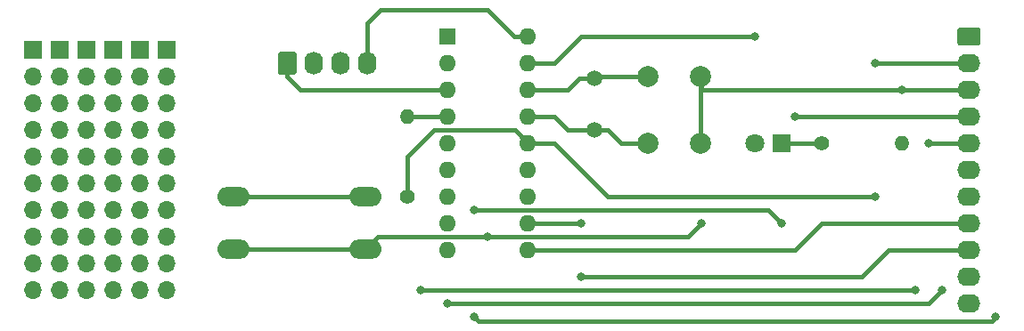
<source format=gbr>
%TF.GenerationSoftware,KiCad,Pcbnew,5.1.5+dfsg1-2build2*%
%TF.CreationDate,2022-12-31T14:04:58+00:00*%
%TF.ProjectId,pic_proto1,7069635f-7072-46f7-946f-312e6b696361,rev?*%
%TF.SameCoordinates,Original*%
%TF.FileFunction,Copper,L1,Top*%
%TF.FilePolarity,Positive*%
%FSLAX46Y46*%
G04 Gerber Fmt 4.6, Leading zero omitted, Abs format (unit mm)*
G04 Created by KiCad (PCBNEW 5.1.5+dfsg1-2build2) date 2022-12-31 14:04:58*
%MOMM*%
%LPD*%
G04 APERTURE LIST*
%TA.AperFunction,ComponentPad*%
%ADD10R,1.700000X1.700000*%
%TD*%
%TA.AperFunction,ComponentPad*%
%ADD11O,1.700000X1.700000*%
%TD*%
%TA.AperFunction,ComponentPad*%
%ADD12C,1.500000*%
%TD*%
%TA.AperFunction,ComponentPad*%
%ADD13O,1.600000X1.600000*%
%TD*%
%TA.AperFunction,ComponentPad*%
%ADD14R,1.600000X1.600000*%
%TD*%
%TA.AperFunction,ComponentPad*%
%ADD15O,3.048000X1.850000*%
%TD*%
%TA.AperFunction,ComponentPad*%
%ADD16O,1.400000X1.400000*%
%TD*%
%TA.AperFunction,ComponentPad*%
%ADD17C,1.400000*%
%TD*%
%TA.AperFunction,ComponentPad*%
%ADD18O,2.190000X1.740000*%
%TD*%
%TA.AperFunction,ComponentPad*%
%ADD19C,0.100000*%
%TD*%
%TA.AperFunction,ComponentPad*%
%ADD20O,1.740000X2.190000*%
%TD*%
%TA.AperFunction,ComponentPad*%
%ADD21C,1.800000*%
%TD*%
%TA.AperFunction,ComponentPad*%
%ADD22R,1.800000X1.800000*%
%TD*%
%TA.AperFunction,ComponentPad*%
%ADD23C,2.000000*%
%TD*%
%TA.AperFunction,ViaPad*%
%ADD24C,0.800000*%
%TD*%
%TA.AperFunction,Conductor*%
%ADD25C,0.400000*%
%TD*%
G04 APERTURE END LIST*
D10*
%TO.P,REF\002A\002A,1*%
%TO.N,N/C*%
X137160000Y-50800000D03*
D11*
%TO.P,REF\002A\002A,2*%
X137160000Y-53340000D03*
%TO.P,REF\002A\002A,3*%
X137160000Y-55880000D03*
%TO.P,REF\002A\002A,4*%
X137160000Y-58420000D03*
%TO.P,REF\002A\002A,5*%
X137160000Y-60960000D03*
%TO.P,REF\002A\002A,6*%
X137160000Y-63500000D03*
%TO.P,REF\002A\002A,7*%
X137160000Y-66040000D03*
%TO.P,REF\002A\002A,8*%
X137160000Y-68580000D03*
%TO.P,REF\002A\002A,9*%
X137160000Y-71120000D03*
%TO.P,REF\002A\002A,10*%
X137160000Y-73660000D03*
%TD*%
D10*
%TO.P,REF\002A\002A,1*%
%TO.N,N/C*%
X134620000Y-50800000D03*
D11*
%TO.P,REF\002A\002A,2*%
X134620000Y-53340000D03*
%TO.P,REF\002A\002A,3*%
X134620000Y-55880000D03*
%TO.P,REF\002A\002A,4*%
X134620000Y-58420000D03*
%TO.P,REF\002A\002A,5*%
X134620000Y-60960000D03*
%TO.P,REF\002A\002A,6*%
X134620000Y-63500000D03*
%TO.P,REF\002A\002A,7*%
X134620000Y-66040000D03*
%TO.P,REF\002A\002A,8*%
X134620000Y-68580000D03*
%TO.P,REF\002A\002A,9*%
X134620000Y-71120000D03*
%TO.P,REF\002A\002A,10*%
X134620000Y-73660000D03*
%TD*%
D10*
%TO.P,REF\002A\002A,1*%
%TO.N,N/C*%
X132080000Y-50800000D03*
D11*
%TO.P,REF\002A\002A,2*%
X132080000Y-53340000D03*
%TO.P,REF\002A\002A,3*%
X132080000Y-55880000D03*
%TO.P,REF\002A\002A,4*%
X132080000Y-58420000D03*
%TO.P,REF\002A\002A,5*%
X132080000Y-60960000D03*
%TO.P,REF\002A\002A,6*%
X132080000Y-63500000D03*
%TO.P,REF\002A\002A,7*%
X132080000Y-66040000D03*
%TO.P,REF\002A\002A,8*%
X132080000Y-68580000D03*
%TO.P,REF\002A\002A,9*%
X132080000Y-71120000D03*
%TO.P,REF\002A\002A,10*%
X132080000Y-73660000D03*
%TD*%
D10*
%TO.P,REF\002A\002A,1*%
%TO.N,N/C*%
X129540000Y-50800000D03*
D11*
%TO.P,REF\002A\002A,2*%
X129540000Y-53340000D03*
%TO.P,REF\002A\002A,3*%
X129540000Y-55880000D03*
%TO.P,REF\002A\002A,4*%
X129540000Y-58420000D03*
%TO.P,REF\002A\002A,5*%
X129540000Y-60960000D03*
%TO.P,REF\002A\002A,6*%
X129540000Y-63500000D03*
%TO.P,REF\002A\002A,7*%
X129540000Y-66040000D03*
%TO.P,REF\002A\002A,8*%
X129540000Y-68580000D03*
%TO.P,REF\002A\002A,9*%
X129540000Y-71120000D03*
%TO.P,REF\002A\002A,10*%
X129540000Y-73660000D03*
%TD*%
%TO.P,REF\002A\002A,10*%
%TO.N,N/C*%
X127000000Y-73660000D03*
%TO.P,REF\002A\002A,9*%
X127000000Y-71120000D03*
%TO.P,REF\002A\002A,8*%
X127000000Y-68580000D03*
%TO.P,REF\002A\002A,7*%
X127000000Y-66040000D03*
%TO.P,REF\002A\002A,6*%
X127000000Y-63500000D03*
%TO.P,REF\002A\002A,5*%
X127000000Y-60960000D03*
%TO.P,REF\002A\002A,4*%
X127000000Y-58420000D03*
%TO.P,REF\002A\002A,3*%
X127000000Y-55880000D03*
%TO.P,REF\002A\002A,2*%
X127000000Y-53340000D03*
D10*
%TO.P,REF\002A\002A,1*%
X127000000Y-50800000D03*
%TD*%
D11*
%TO.P,REF\002A\002A,10*%
%TO.N,N/C*%
X124460000Y-73660000D03*
%TO.P,REF\002A\002A,9*%
X124460000Y-71120000D03*
%TO.P,REF\002A\002A,8*%
X124460000Y-68580000D03*
%TO.P,REF\002A\002A,7*%
X124460000Y-66040000D03*
%TO.P,REF\002A\002A,6*%
X124460000Y-63500000D03*
%TO.P,REF\002A\002A,5*%
X124460000Y-60960000D03*
%TO.P,REF\002A\002A,4*%
X124460000Y-58420000D03*
%TO.P,REF\002A\002A,3*%
X124460000Y-55880000D03*
%TO.P,REF\002A\002A,2*%
X124460000Y-53340000D03*
D10*
%TO.P,REF\002A\002A,1*%
X124460000Y-50800000D03*
%TD*%
D12*
%TO.P,X1,2*%
%TO.N,Net-(C2-Pad1)*%
X177800000Y-53540000D03*
%TO.P,X1,1*%
%TO.N,Net-(C1-Pad1)*%
X177800000Y-58420000D03*
%TD*%
D13*
%TO.P,U1,18*%
%TO.N,IO1*%
X171450000Y-49530000D03*
%TO.P,U1,9*%
%TO.N,Net-(J2-Pad7)*%
X163830000Y-69850000D03*
%TO.P,U1,17*%
%TO.N,Net-(D1-Pad2)*%
X171450000Y-52070000D03*
%TO.P,U1,8*%
%TO.N,Net-(J2-Pad6)*%
X163830000Y-67310000D03*
%TO.P,U1,16*%
%TO.N,Net-(C2-Pad1)*%
X171450000Y-54610000D03*
%TO.P,U1,7*%
%TO.N,Net-(J2-Pad5)*%
X163830000Y-64770000D03*
%TO.P,U1,15*%
%TO.N,Net-(C1-Pad1)*%
X171450000Y-57150000D03*
%TO.P,U1,6*%
%TO.N,Net-(J2-Pad4)*%
X163830000Y-62230000D03*
%TO.P,U1,14*%
%TO.N,+5V*%
X171450000Y-59690000D03*
%TO.P,U1,5*%
%TO.N,GND*%
X163830000Y-59690000D03*
%TO.P,U1,13*%
%TO.N,Net-(J2-Pad11)*%
X171450000Y-62230000D03*
%TO.P,U1,4*%
%TO.N,Net-(R1-Pad2)*%
X163830000Y-57150000D03*
%TO.P,U1,12*%
%TO.N,Net-(J2-Pad10)*%
X171450000Y-64770000D03*
%TO.P,U1,3*%
%TO.N,IO4*%
X163830000Y-54610000D03*
%TO.P,U1,11*%
%TO.N,Net-(J2-Pad9)*%
X171450000Y-67310000D03*
%TO.P,U1,2*%
%TO.N,IO3*%
X163830000Y-52070000D03*
%TO.P,U1,10*%
%TO.N,Net-(J2-Pad8)*%
X171450000Y-69850000D03*
D14*
%TO.P,U1,1*%
%TO.N,IO2*%
X163830000Y-49530000D03*
%TD*%
D15*
%TO.P,SW1,2*%
%TO.N,GND*%
X143510000Y-69770000D03*
%TO.P,SW1,1*%
%TO.N,Net-(R1-Pad2)*%
X143510000Y-64770000D03*
%TO.P,SW1,2*%
%TO.N,GND*%
X156010000Y-69770000D03*
%TO.P,SW1,1*%
%TO.N,Net-(R1-Pad2)*%
X156010000Y-64770000D03*
%TD*%
D16*
%TO.P,R2,2*%
%TO.N,GND*%
X207010000Y-59690000D03*
D17*
%TO.P,R2,1*%
%TO.N,Net-(D1-Pad1)*%
X199390000Y-59690000D03*
%TD*%
D16*
%TO.P,R1,2*%
%TO.N,Net-(R1-Pad2)*%
X160020000Y-57150000D03*
D17*
%TO.P,R1,1*%
%TO.N,+5V*%
X160020000Y-64770000D03*
%TD*%
D18*
%TO.P,J2,11*%
%TO.N,Net-(J2-Pad11)*%
X213360000Y-74930000D03*
%TO.P,J2,10*%
%TO.N,Net-(J2-Pad10)*%
X213360000Y-72390000D03*
%TO.P,J2,9*%
%TO.N,Net-(J2-Pad9)*%
X213360000Y-69850000D03*
%TO.P,J2,8*%
%TO.N,Net-(J2-Pad8)*%
X213360000Y-67310000D03*
%TO.P,J2,7*%
%TO.N,Net-(J2-Pad7)*%
X213360000Y-64770000D03*
%TO.P,J2,6*%
%TO.N,Net-(J2-Pad6)*%
X213360000Y-62230000D03*
%TO.P,J2,5*%
%TO.N,Net-(J2-Pad5)*%
X213360000Y-59690000D03*
%TO.P,J2,4*%
%TO.N,Net-(J2-Pad4)*%
X213360000Y-57150000D03*
%TO.P,J2,3*%
%TO.N,GND*%
X213360000Y-54610000D03*
%TO.P,J2,2*%
%TO.N,+5V*%
X213360000Y-52070000D03*
%TA.AperFunction,ComponentPad*%
D19*
%TO.P,J2,1*%
%TO.N,N/C*%
G36*
X214229505Y-48661204D02*
G01*
X214253773Y-48664804D01*
X214277572Y-48670765D01*
X214300671Y-48679030D01*
X214322850Y-48689520D01*
X214343893Y-48702132D01*
X214363599Y-48716747D01*
X214381777Y-48733223D01*
X214398253Y-48751401D01*
X214412868Y-48771107D01*
X214425480Y-48792150D01*
X214435970Y-48814329D01*
X214444235Y-48837428D01*
X214450196Y-48861227D01*
X214453796Y-48885495D01*
X214455000Y-48909999D01*
X214455000Y-50150001D01*
X214453796Y-50174505D01*
X214450196Y-50198773D01*
X214444235Y-50222572D01*
X214435970Y-50245671D01*
X214425480Y-50267850D01*
X214412868Y-50288893D01*
X214398253Y-50308599D01*
X214381777Y-50326777D01*
X214363599Y-50343253D01*
X214343893Y-50357868D01*
X214322850Y-50370480D01*
X214300671Y-50380970D01*
X214277572Y-50389235D01*
X214253773Y-50395196D01*
X214229505Y-50398796D01*
X214205001Y-50400000D01*
X212514999Y-50400000D01*
X212490495Y-50398796D01*
X212466227Y-50395196D01*
X212442428Y-50389235D01*
X212419329Y-50380970D01*
X212397150Y-50370480D01*
X212376107Y-50357868D01*
X212356401Y-50343253D01*
X212338223Y-50326777D01*
X212321747Y-50308599D01*
X212307132Y-50288893D01*
X212294520Y-50267850D01*
X212284030Y-50245671D01*
X212275765Y-50222572D01*
X212269804Y-50198773D01*
X212266204Y-50174505D01*
X212265000Y-50150001D01*
X212265000Y-48909999D01*
X212266204Y-48885495D01*
X212269804Y-48861227D01*
X212275765Y-48837428D01*
X212284030Y-48814329D01*
X212294520Y-48792150D01*
X212307132Y-48771107D01*
X212321747Y-48751401D01*
X212338223Y-48733223D01*
X212356401Y-48716747D01*
X212376107Y-48702132D01*
X212397150Y-48689520D01*
X212419329Y-48679030D01*
X212442428Y-48670765D01*
X212466227Y-48664804D01*
X212490495Y-48661204D01*
X212514999Y-48660000D01*
X214205001Y-48660000D01*
X214229505Y-48661204D01*
G37*
%TD.AperFunction*%
%TD*%
D20*
%TO.P,J1,4*%
%TO.N,IO1*%
X156210000Y-52070000D03*
%TO.P,J1,3*%
%TO.N,IO2*%
X153670000Y-52070000D03*
%TO.P,J1,2*%
%TO.N,IO3*%
X151130000Y-52070000D03*
%TA.AperFunction,ComponentPad*%
D19*
%TO.P,J1,1*%
%TO.N,IO4*%
G36*
X149234505Y-50976204D02*
G01*
X149258773Y-50979804D01*
X149282572Y-50985765D01*
X149305671Y-50994030D01*
X149327850Y-51004520D01*
X149348893Y-51017132D01*
X149368599Y-51031747D01*
X149386777Y-51048223D01*
X149403253Y-51066401D01*
X149417868Y-51086107D01*
X149430480Y-51107150D01*
X149440970Y-51129329D01*
X149449235Y-51152428D01*
X149455196Y-51176227D01*
X149458796Y-51200495D01*
X149460000Y-51224999D01*
X149460000Y-52915001D01*
X149458796Y-52939505D01*
X149455196Y-52963773D01*
X149449235Y-52987572D01*
X149440970Y-53010671D01*
X149430480Y-53032850D01*
X149417868Y-53053893D01*
X149403253Y-53073599D01*
X149386777Y-53091777D01*
X149368599Y-53108253D01*
X149348893Y-53122868D01*
X149327850Y-53135480D01*
X149305671Y-53145970D01*
X149282572Y-53154235D01*
X149258773Y-53160196D01*
X149234505Y-53163796D01*
X149210001Y-53165000D01*
X147969999Y-53165000D01*
X147945495Y-53163796D01*
X147921227Y-53160196D01*
X147897428Y-53154235D01*
X147874329Y-53145970D01*
X147852150Y-53135480D01*
X147831107Y-53122868D01*
X147811401Y-53108253D01*
X147793223Y-53091777D01*
X147776747Y-53073599D01*
X147762132Y-53053893D01*
X147749520Y-53032850D01*
X147739030Y-53010671D01*
X147730765Y-52987572D01*
X147724804Y-52963773D01*
X147721204Y-52939505D01*
X147720000Y-52915001D01*
X147720000Y-51224999D01*
X147721204Y-51200495D01*
X147724804Y-51176227D01*
X147730765Y-51152428D01*
X147739030Y-51129329D01*
X147749520Y-51107150D01*
X147762132Y-51086107D01*
X147776747Y-51066401D01*
X147793223Y-51048223D01*
X147811401Y-51031747D01*
X147831107Y-51017132D01*
X147852150Y-51004520D01*
X147874329Y-50994030D01*
X147897428Y-50985765D01*
X147921227Y-50979804D01*
X147945495Y-50976204D01*
X147969999Y-50975000D01*
X149210001Y-50975000D01*
X149234505Y-50976204D01*
G37*
%TD.AperFunction*%
%TD*%
D21*
%TO.P,D1,2*%
%TO.N,Net-(D1-Pad2)*%
X193040000Y-59690000D03*
D22*
%TO.P,D1,1*%
%TO.N,Net-(D1-Pad1)*%
X195580000Y-59690000D03*
%TD*%
D23*
%TO.P,C2,2*%
%TO.N,GND*%
X187880000Y-53340000D03*
%TO.P,C2,1*%
%TO.N,Net-(C2-Pad1)*%
X182880000Y-53340000D03*
%TD*%
%TO.P,C1,2*%
%TO.N,GND*%
X187880000Y-59690000D03*
%TO.P,C1,1*%
%TO.N,Net-(C1-Pad1)*%
X182880000Y-59690000D03*
%TD*%
D24*
%TO.N,GND*%
X207010000Y-54610000D03*
X187960000Y-67310000D03*
X167640000Y-68580000D03*
%TO.N,Net-(D1-Pad2)*%
X193040000Y-49530000D03*
%TO.N,Net-(J2-Pad9)*%
X176530000Y-72390000D03*
X176530000Y-67310000D03*
%TO.N,Net-(J2-Pad7)*%
X163830000Y-74930000D03*
X210820000Y-73660000D03*
%TO.N,Net-(J2-Pad6)*%
X166370000Y-76200000D03*
X215900000Y-76200000D03*
%TO.N,Net-(J2-Pad5)*%
X161290000Y-73660000D03*
X208280000Y-73660000D03*
X209550000Y-59690000D03*
%TO.N,Net-(J2-Pad4)*%
X196850000Y-57150000D03*
X195580000Y-67310000D03*
X166370000Y-66040000D03*
%TO.N,+5V*%
X204470000Y-64770000D03*
X204470000Y-52070000D03*
%TD*%
D25*
%TO.N,GND*%
X187960000Y-53420000D02*
X187880000Y-53340000D01*
X187960000Y-54610000D02*
X187960000Y-53420000D01*
X187880000Y-59690000D02*
X187880000Y-53340000D01*
X213360000Y-54610000D02*
X207010000Y-54610000D01*
X207010000Y-54610000D02*
X187960000Y-54610000D01*
X187960000Y-67310000D02*
X186690000Y-68580000D01*
X186690000Y-68580000D02*
X167640000Y-68580000D01*
X157200000Y-68580000D02*
X167640000Y-68580000D01*
X156010000Y-69770000D02*
X157200000Y-68580000D01*
X156010000Y-69770000D02*
X143510000Y-69770000D01*
%TO.N,Net-(C1-Pad1)*%
X171450000Y-57150000D02*
X173990000Y-57150000D01*
X175260000Y-58420000D02*
X177800000Y-58420000D01*
X173990000Y-57150000D02*
X175260000Y-58420000D01*
X177800000Y-58420000D02*
X179070000Y-58420000D01*
X180340000Y-59690000D02*
X182880000Y-59690000D01*
X179070000Y-58420000D02*
X180340000Y-59690000D01*
%TO.N,Net-(C2-Pad1)*%
X178000000Y-53340000D02*
X177800000Y-53540000D01*
X182880000Y-53340000D02*
X178000000Y-53340000D01*
X177800000Y-53540000D02*
X176330000Y-53540000D01*
X175260000Y-54610000D02*
X171450000Y-54610000D01*
X176330000Y-53540000D02*
X175260000Y-54610000D01*
%TO.N,Net-(D1-Pad2)*%
X171450000Y-52070000D02*
X173990000Y-52070000D01*
X173990000Y-52070000D02*
X176530000Y-49530000D01*
X176530000Y-49530000D02*
X193040000Y-49530000D01*
%TO.N,Net-(D1-Pad1)*%
X195580000Y-59690000D02*
X199390000Y-59690000D01*
%TO.N,IO1*%
X171450000Y-49530000D02*
X170180000Y-49530000D01*
X170180000Y-49530000D02*
X167640000Y-46990000D01*
X167640000Y-46990000D02*
X157480000Y-46990000D01*
X156210000Y-48260000D02*
X156210000Y-52070000D01*
X157480000Y-46990000D02*
X156210000Y-48260000D01*
%TO.N,Net-(J2-Pad9)*%
X213360000Y-69850000D02*
X205740000Y-69850000D01*
X203200000Y-72390000D02*
X176530000Y-72390000D01*
X205740000Y-69850000D02*
X203200000Y-72390000D01*
X176530000Y-67310000D02*
X171450000Y-67310000D01*
%TO.N,Net-(J2-Pad8)*%
X171450000Y-69850000D02*
X196850000Y-69850000D01*
X199390000Y-67310000D02*
X213360000Y-67310000D01*
X196850000Y-69850000D02*
X199390000Y-67310000D01*
%TO.N,Net-(J2-Pad7)*%
X209550000Y-74930000D02*
X210820000Y-73660000D01*
X163830000Y-74930000D02*
X209550000Y-74930000D01*
%TO.N,Net-(J2-Pad6)*%
X215900000Y-76200000D02*
X215500001Y-76599999D01*
X215500001Y-76599999D02*
X166769999Y-76599999D01*
X166769999Y-76599999D02*
X166370000Y-76200000D01*
%TO.N,Net-(J2-Pad5)*%
X161290000Y-73660000D02*
X208280000Y-73660000D01*
X209550000Y-59690000D02*
X213360000Y-59690000D01*
%TO.N,Net-(J2-Pad4)*%
X213360000Y-57150000D02*
X196850000Y-57150000D01*
X194310000Y-66040000D02*
X166370000Y-66040000D01*
X195580000Y-67310000D02*
X194310000Y-66040000D01*
%TO.N,+5V*%
X171450000Y-59690000D02*
X173990000Y-59690000D01*
X173990000Y-59690000D02*
X179070000Y-64770000D01*
X179070000Y-64770000D02*
X204470000Y-64770000D01*
X204470000Y-52070000D02*
X213360000Y-52070000D01*
X170199999Y-58439999D02*
X162540001Y-58439999D01*
X171450000Y-59690000D02*
X170199999Y-58439999D01*
X160020000Y-60960000D02*
X160020000Y-64770000D01*
X162540001Y-58439999D02*
X160020000Y-60960000D01*
%TO.N,Net-(R1-Pad2)*%
X143510000Y-64770000D02*
X156010000Y-64770000D01*
X163830000Y-57150000D02*
X160020000Y-57150000D01*
%TO.N,IO4*%
X163830000Y-54610000D02*
X149860000Y-54610000D01*
X148590000Y-53340000D02*
X148590000Y-52070000D01*
X149860000Y-54610000D02*
X148590000Y-53340000D01*
%TD*%
M02*

</source>
